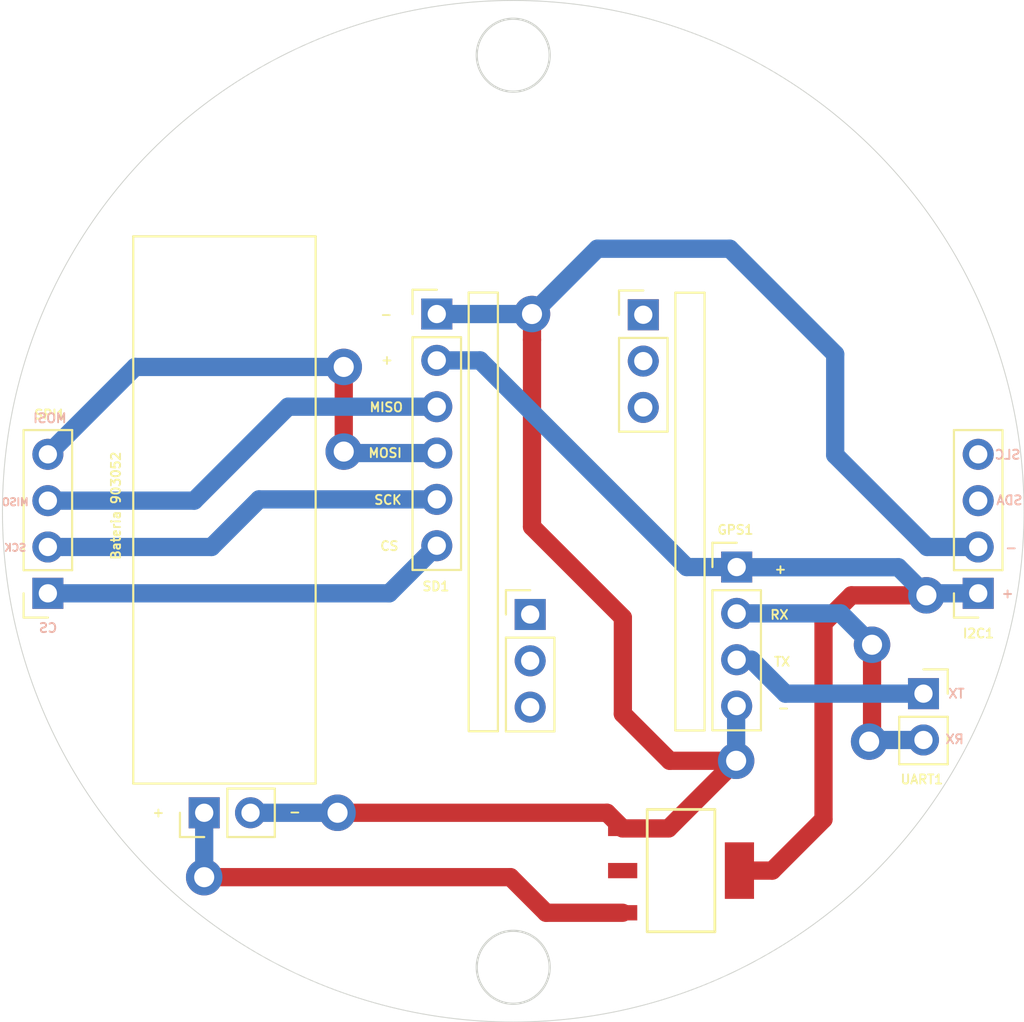
<source format=kicad_pcb>
(kicad_pcb (version 20171130) (host pcbnew "(5.1.5)-3")

  (general
    (thickness 1.6)
    (drawings 38)
    (tracks 78)
    (zones 0)
    (modules 9)
    (nets 19)
  )

  (page A4)
  (layers
    (0 F.Cu signal)
    (31 B.Cu signal)
    (32 B.Adhes user)
    (33 F.Adhes user)
    (34 B.Paste user)
    (35 F.Paste user)
    (36 B.SilkS user)
    (37 F.SilkS user)
    (38 B.Mask user)
    (39 F.Mask user)
    (40 Dwgs.User user)
    (41 Cmts.User user)
    (42 Eco1.User user)
    (43 Eco2.User user)
    (44 Edge.Cuts user)
    (45 Margin user)
    (46 B.CrtYd user)
    (47 F.CrtYd user hide)
    (48 B.Fab user)
    (49 F.Fab user hide)
  )

  (setup
    (last_trace_width 0.25)
    (user_trace_width 1)
    (trace_clearance 0.2)
    (zone_clearance 0.508)
    (zone_45_only no)
    (trace_min 0.2)
    (via_size 0.8)
    (via_drill 0.4)
    (via_min_size 0.4)
    (via_min_drill 0.3)
    (uvia_size 0.3)
    (uvia_drill 0.1)
    (uvias_allowed no)
    (uvia_min_size 0.2)
    (uvia_min_drill 0.1)
    (edge_width 0.05)
    (segment_width 0.2)
    (pcb_text_width 0.3)
    (pcb_text_size 1.5 1.5)
    (mod_edge_width 0.12)
    (mod_text_size 1 1)
    (mod_text_width 0.15)
    (pad_size 0.85 0.85)
    (pad_drill 0.5)
    (pad_to_mask_clearance 0.051)
    (solder_mask_min_width 0.25)
    (aux_axis_origin 0 0)
    (visible_elements 7FFFFFFF)
    (pcbplotparams
      (layerselection 0x010fc_ffffffff)
      (usegerberextensions false)
      (usegerberattributes false)
      (usegerberadvancedattributes false)
      (creategerberjobfile false)
      (excludeedgelayer true)
      (linewidth 0.100000)
      (plotframeref false)
      (viasonmask false)
      (mode 1)
      (useauxorigin false)
      (hpglpennumber 1)
      (hpglpenspeed 20)
      (hpglpendiameter 15.000000)
      (psnegative false)
      (psa4output false)
      (plotreference true)
      (plotvalue true)
      (plotinvisibletext false)
      (padsonsilk false)
      (subtractmaskfromsilk false)
      (outputformat 1)
      (mirror false)
      (drillshape 1)
      (scaleselection 1)
      (outputdirectory ""))
  )

  (net 0 "")
  (net 1 Gnd)
  (net 2 Vcc)
  (net 3 "Net-(LM1117-Pad2)")
  (net 4 Vcc_3.7)
  (net 5 TX)
  (net 6 RX)
  (net 7 "Net-(I2C1-Pad4)")
  (net 8 "Net-(I2C1-Pad3)")
  (net 9 CS)
  (net 10 SCK)
  (net 11 MOSI)
  (net 12 MISO)
  (net 13 "Net-(Suporte1-Pad3)")
  (net 14 "Net-(Suporte1-Pad2)")
  (net 15 "Net-(Suporte1-Pad1)")
  (net 16 "Net-(Supporte1-Pad3)")
  (net 17 "Net-(Supporte1-Pad2)")
  (net 18 "Net-(Supporte1-Pad1)")

  (net_class Default "Esta é a classe de rede padrão."
    (clearance 0.2)
    (trace_width 0.25)
    (via_dia 0.8)
    (via_drill 0.4)
    (uvia_dia 0.3)
    (uvia_drill 0.1)
    (add_net CS)
    (add_net Gnd)
    (add_net MISO)
    (add_net MOSI)
    (add_net "Net-(I2C1-Pad3)")
    (add_net "Net-(I2C1-Pad4)")
    (add_net "Net-(LM1117-Pad2)")
    (add_net "Net-(Suporte1-Pad1)")
    (add_net "Net-(Suporte1-Pad2)")
    (add_net "Net-(Suporte1-Pad3)")
    (add_net "Net-(Supporte1-Pad1)")
    (add_net "Net-(Supporte1-Pad2)")
    (add_net "Net-(Supporte1-Pad3)")
    (add_net RX)
    (add_net SCK)
    (add_net TX)
    (add_net Vcc)
    (add_net Vcc_3.7)
  )

  (module Connector_PinSocket_2.54mm:PinSocket_1x04_P2.54mm_Vertical (layer F.Cu) (tedit 5A19A429) (tstamp 5F705BEE)
    (at 101.29 106.8 180)
    (descr "Through hole straight socket strip, 1x04, 2.54mm pitch, single row (from Kicad 4.0.7), script generated")
    (tags "Through hole socket strip THT 1x04 2.54mm single row")
    (path /5F6B9303)
    (fp_text reference SPI1 (at -0.11 9.8) (layer F.SilkS)
      (effects (font (size 0.5 0.5) (thickness 0.1)))
    )
    (fp_text value Con (at 0 10.39) (layer F.Fab)
      (effects (font (size 1 1) (thickness 0.15)))
    )
    (fp_line (start -1.27 -1.27) (end 0.635 -1.27) (layer F.Fab) (width 0.1))
    (fp_line (start 0.635 -1.27) (end 1.27 -0.635) (layer F.Fab) (width 0.1))
    (fp_line (start 1.27 -0.635) (end 1.27 8.89) (layer F.Fab) (width 0.1))
    (fp_line (start 1.27 8.89) (end -1.27 8.89) (layer F.Fab) (width 0.1))
    (fp_line (start -1.27 8.89) (end -1.27 -1.27) (layer F.Fab) (width 0.1))
    (fp_line (start -1.33 1.27) (end 1.33 1.27) (layer F.SilkS) (width 0.12))
    (fp_line (start -1.33 1.27) (end -1.33 8.95) (layer F.SilkS) (width 0.12))
    (fp_line (start -1.33 8.95) (end 1.33 8.95) (layer F.SilkS) (width 0.12))
    (fp_line (start 1.33 1.27) (end 1.33 8.95) (layer F.SilkS) (width 0.12))
    (fp_line (start 1.33 -1.33) (end 1.33 0) (layer F.SilkS) (width 0.12))
    (fp_line (start 0 -1.33) (end 1.33 -1.33) (layer F.SilkS) (width 0.12))
    (fp_line (start -1.8 -1.8) (end 1.75 -1.8) (layer F.CrtYd) (width 0.05))
    (fp_line (start 1.75 -1.8) (end 1.75 9.4) (layer F.CrtYd) (width 0.05))
    (fp_line (start 1.75 9.4) (end -1.8 9.4) (layer F.CrtYd) (width 0.05))
    (fp_line (start -1.8 9.4) (end -1.8 -1.8) (layer F.CrtYd) (width 0.05))
    (fp_text user %R (at -2.69 4.32 90) (layer F.Fab)
      (effects (font (size 1 1) (thickness 0.15)))
    )
    (pad 1 thru_hole rect (at 0 0 180) (size 1.7 1.7) (drill 1) (layers *.Cu *.Mask)
      (net 9 CS))
    (pad 2 thru_hole oval (at 0 2.54 180) (size 1.7 1.7) (drill 1) (layers *.Cu *.Mask)
      (net 10 SCK))
    (pad 3 thru_hole oval (at 0 5.08 180) (size 1.7 1.7) (drill 1) (layers *.Cu *.Mask)
      (net 12 MISO))
    (pad 4 thru_hole oval (at 0 7.62 180) (size 1.7 1.7) (drill 1) (layers *.Cu *.Mask)
      (net 11 MOSI))
    (model ${KISYS3DMOD}/Connector_PinSocket_2.54mm.3dshapes/PinSocket_1x04_P2.54mm_Vertical.wrl
      (at (xyz 0 0 0))
      (scale (xyz 1 1 1))
      (rotate (xyz 0 0 0))
    )
  )

  (module Connector_PinHeader_2.54mm:PinHeader_1x03_P2.54mm_Vertical (layer F.Cu) (tedit 59FED5CC) (tstamp 5F7D9FB6)
    (at 133.93 91.53)
    (descr "Through hole straight pin header, 1x03, 2.54mm pitch, single row")
    (tags "Through hole pin header THT 1x03 2.54mm single row")
    (path /5F7DB6F4)
    (fp_text reference Supporte1 (at 0 -2.33) (layer F.SilkS) hide
      (effects (font (size 1 1) (thickness 0.15)))
    )
    (fp_text value Con (at 0 7.41) (layer F.Fab)
      (effects (font (size 1 1) (thickness 0.15)))
    )
    (fp_text user %R (at 0 2.54 90) (layer F.Fab)
      (effects (font (size 1 1) (thickness 0.15)))
    )
    (fp_line (start 1.8 -1.8) (end -1.8 -1.8) (layer F.CrtYd) (width 0.05))
    (fp_line (start 1.8 6.85) (end 1.8 -1.8) (layer F.CrtYd) (width 0.05))
    (fp_line (start -1.8 6.85) (end 1.8 6.85) (layer F.CrtYd) (width 0.05))
    (fp_line (start -1.8 -1.8) (end -1.8 6.85) (layer F.CrtYd) (width 0.05))
    (fp_line (start -1.33 -1.33) (end 0 -1.33) (layer F.SilkS) (width 0.12))
    (fp_line (start -1.33 0) (end -1.33 -1.33) (layer F.SilkS) (width 0.12))
    (fp_line (start -1.33 1.27) (end 1.33 1.27) (layer F.SilkS) (width 0.12))
    (fp_line (start 1.33 1.27) (end 1.33 6.41) (layer F.SilkS) (width 0.12))
    (fp_line (start -1.33 1.27) (end -1.33 6.41) (layer F.SilkS) (width 0.12))
    (fp_line (start -1.33 6.41) (end 1.33 6.41) (layer F.SilkS) (width 0.12))
    (fp_line (start -1.27 -0.635) (end -0.635 -1.27) (layer F.Fab) (width 0.1))
    (fp_line (start -1.27 6.35) (end -1.27 -0.635) (layer F.Fab) (width 0.1))
    (fp_line (start 1.27 6.35) (end -1.27 6.35) (layer F.Fab) (width 0.1))
    (fp_line (start 1.27 -1.27) (end 1.27 6.35) (layer F.Fab) (width 0.1))
    (fp_line (start -0.635 -1.27) (end 1.27 -1.27) (layer F.Fab) (width 0.1))
    (pad 3 thru_hole oval (at 0 5.08) (size 1.7 1.7) (drill 1) (layers *.Cu *.Mask)
      (net 16 "Net-(Supporte1-Pad3)"))
    (pad 2 thru_hole oval (at 0 2.54) (size 1.7 1.7) (drill 1) (layers *.Cu *.Mask)
      (net 17 "Net-(Supporte1-Pad2)"))
    (pad 1 thru_hole rect (at 0 0) (size 1.7 1.7) (drill 1) (layers *.Cu *.Mask)
      (net 18 "Net-(Supporte1-Pad1)"))
    (model ${KISYS3DMOD}/Connector_PinHeader_2.54mm.3dshapes/PinHeader_1x03_P2.54mm_Vertical.wrl
      (at (xyz 0 0 0))
      (scale (xyz 1 1 1))
      (rotate (xyz 0 0 0))
    )
  )

  (module Connector_PinHeader_2.54mm:PinHeader_1x03_P2.54mm_Vertical (layer F.Cu) (tedit 59FED5CC) (tstamp 5F7D9F9F)
    (at 127.73 107.96)
    (descr "Through hole straight pin header, 1x03, 2.54mm pitch, single row")
    (tags "Through hole pin header THT 1x03 2.54mm single row")
    (path /5F7D9979)
    (fp_text reference Suporte1 (at 0 -2.33) (layer F.SilkS) hide
      (effects (font (size 1 1) (thickness 0.15)))
    )
    (fp_text value Con (at 0 7.41) (layer F.Fab)
      (effects (font (size 1 1) (thickness 0.15)))
    )
    (fp_text user %R (at 0 2.54 90) (layer F.Fab)
      (effects (font (size 1 1) (thickness 0.15)))
    )
    (fp_line (start 1.8 -1.8) (end -1.8 -1.8) (layer F.CrtYd) (width 0.05))
    (fp_line (start 1.8 6.85) (end 1.8 -1.8) (layer F.CrtYd) (width 0.05))
    (fp_line (start -1.8 6.85) (end 1.8 6.85) (layer F.CrtYd) (width 0.05))
    (fp_line (start -1.8 -1.8) (end -1.8 6.85) (layer F.CrtYd) (width 0.05))
    (fp_line (start -1.33 -1.33) (end 0 -1.33) (layer F.SilkS) (width 0.12))
    (fp_line (start -1.33 0) (end -1.33 -1.33) (layer F.SilkS) (width 0.12))
    (fp_line (start -1.33 1.27) (end 1.33 1.27) (layer F.SilkS) (width 0.12))
    (fp_line (start 1.33 1.27) (end 1.33 6.41) (layer F.SilkS) (width 0.12))
    (fp_line (start -1.33 1.27) (end -1.33 6.41) (layer F.SilkS) (width 0.12))
    (fp_line (start -1.33 6.41) (end 1.33 6.41) (layer F.SilkS) (width 0.12))
    (fp_line (start -1.27 -0.635) (end -0.635 -1.27) (layer F.Fab) (width 0.1))
    (fp_line (start -1.27 6.35) (end -1.27 -0.635) (layer F.Fab) (width 0.1))
    (fp_line (start 1.27 6.35) (end -1.27 6.35) (layer F.Fab) (width 0.1))
    (fp_line (start 1.27 -1.27) (end 1.27 6.35) (layer F.Fab) (width 0.1))
    (fp_line (start -0.635 -1.27) (end 1.27 -1.27) (layer F.Fab) (width 0.1))
    (pad 3 thru_hole oval (at 0 5.08) (size 1.7 1.7) (drill 1) (layers *.Cu *.Mask)
      (net 13 "Net-(Suporte1-Pad3)"))
    (pad 2 thru_hole oval (at 0 2.54) (size 1.7 1.7) (drill 1) (layers *.Cu *.Mask)
      (net 14 "Net-(Suporte1-Pad2)"))
    (pad 1 thru_hole rect (at 0 0) (size 1.7 1.7) (drill 1) (layers *.Cu *.Mask)
      (net 15 "Net-(Suporte1-Pad1)"))
    (model ${KISYS3DMOD}/Connector_PinHeader_2.54mm.3dshapes/PinHeader_1x03_P2.54mm_Vertical.wrl
      (at (xyz 0 0 0))
      (scale (xyz 1 1 1))
      (rotate (xyz 0 0 0))
    )
  )

  (module Connector_PinHeader_2.54mm:PinHeader_1x06_P2.54mm_Vertical (layer F.Cu) (tedit 59FED5CC) (tstamp 5F7D29BC)
    (at 122.61 91.49)
    (descr "Through hole straight pin header, 1x06, 2.54mm pitch, single row")
    (tags "Through hole pin header THT 1x06 2.54mm single row")
    (path /5F7D49A0)
    (fp_text reference SD1 (at -0.05 14.93 180) (layer F.SilkS)
      (effects (font (size 0.5 0.5) (thickness 0.1)))
    )
    (fp_text value Con (at 0 15.03) (layer F.Fab)
      (effects (font (size 1 1) (thickness 0.15)))
    )
    (fp_text user %R (at 0 6.35 90) (layer F.Fab)
      (effects (font (size 1 1) (thickness 0.15)))
    )
    (fp_line (start 1.8 -1.8) (end -1.8 -1.8) (layer F.CrtYd) (width 0.05))
    (fp_line (start 1.8 14.5) (end 1.8 -1.8) (layer F.CrtYd) (width 0.05))
    (fp_line (start -1.8 14.5) (end 1.8 14.5) (layer F.CrtYd) (width 0.05))
    (fp_line (start -1.8 -1.8) (end -1.8 14.5) (layer F.CrtYd) (width 0.05))
    (fp_line (start -1.33 -1.33) (end 0 -1.33) (layer F.SilkS) (width 0.12))
    (fp_line (start -1.33 0) (end -1.33 -1.33) (layer F.SilkS) (width 0.12))
    (fp_line (start -1.33 1.27) (end 1.33 1.27) (layer F.SilkS) (width 0.12))
    (fp_line (start 1.33 1.27) (end 1.33 14.03) (layer F.SilkS) (width 0.12))
    (fp_line (start -1.33 1.27) (end -1.33 14.03) (layer F.SilkS) (width 0.12))
    (fp_line (start -1.33 14.03) (end 1.33 14.03) (layer F.SilkS) (width 0.12))
    (fp_line (start -1.27 -0.635) (end -0.635 -1.27) (layer F.Fab) (width 0.1))
    (fp_line (start -1.27 13.97) (end -1.27 -0.635) (layer F.Fab) (width 0.1))
    (fp_line (start 1.27 13.97) (end -1.27 13.97) (layer F.Fab) (width 0.1))
    (fp_line (start 1.27 -1.27) (end 1.27 13.97) (layer F.Fab) (width 0.1))
    (fp_line (start -0.635 -1.27) (end 1.27 -1.27) (layer F.Fab) (width 0.1))
    (pad 6 thru_hole oval (at 0 12.7) (size 1.7 1.7) (drill 1) (layers *.Cu *.Mask)
      (net 9 CS))
    (pad 5 thru_hole oval (at 0 10.16) (size 1.7 1.7) (drill 1) (layers *.Cu *.Mask)
      (net 10 SCK))
    (pad 4 thru_hole oval (at 0 7.62) (size 1.7 1.7) (drill 1) (layers *.Cu *.Mask)
      (net 11 MOSI))
    (pad 3 thru_hole oval (at 0 5.08) (size 1.7 1.7) (drill 1) (layers *.Cu *.Mask)
      (net 12 MISO))
    (pad 2 thru_hole oval (at 0 2.54) (size 1.7 1.7) (drill 1) (layers *.Cu *.Mask)
      (net 2 Vcc))
    (pad 1 thru_hole rect (at 0 0) (size 1.7 1.7) (drill 1) (layers *.Cu *.Mask)
      (net 1 Gnd))
    (model ${KISYS3DMOD}/Connector_PinHeader_2.54mm.3dshapes/PinHeader_1x06_P2.54mm_Vertical.wrl
      (at (xyz 0 0 0))
      (scale (xyz 1 1 1))
      (rotate (xyz 0 0 0))
    )
  )

  (module LM1117:SOT230 (layer F.Cu) (tedit 5F038A56) (tstamp 5F7D29A2)
    (at 136 122)
    (path /5F7DAE44)
    (fp_text reference LM1117 (at 0.55989 -4.65746) (layer F.SilkS) hide
      (effects (font (size 1.64326 1.64326) (thickness 0.015)))
    )
    (fp_text value Regulador (at 0.78966 4.55966) (layer F.Fab) hide
      (effects (font (size 1.644709 1.644709) (thickness 0.015)))
    )
    (fp_line (start -1.8542 -3.3528) (end -1.8542 3.3528) (layer F.SilkS) (width 0.1524))
    (fp_line (start 1.8542 -3.3528) (end -1.8542 -3.3528) (layer F.SilkS) (width 0.1524))
    (fp_line (start 1.8542 3.3528) (end 1.8542 -3.3528) (layer F.SilkS) (width 0.1524))
    (fp_line (start -1.8542 3.3528) (end 1.8542 3.3528) (layer F.SilkS) (width 0.1524))
    (fp_line (start -1.8542 -3.3528) (end -1.8542 3.3528) (layer F.Fab) (width 0.1524))
    (fp_line (start 1.8542 -3.3528) (end -1.8542 -3.3528) (layer F.Fab) (width 0.1524))
    (fp_line (start 1.8542 3.3528) (end 1.8542 -3.3528) (layer F.Fab) (width 0.1524))
    (fp_line (start -1.8542 3.3528) (end 1.8542 3.3528) (layer F.Fab) (width 0.1524))
    (fp_line (start 3.6576 -1.5494) (end 1.8542 -1.5494) (layer F.Fab) (width 0.1524))
    (fp_line (start 3.6576 1.5494) (end 3.6576 -1.5494) (layer F.Fab) (width 0.1524))
    (fp_line (start 1.8542 1.5494) (end 3.6576 1.5494) (layer F.Fab) (width 0.1524))
    (fp_line (start 1.8542 -1.5494) (end 1.8542 1.5494) (layer F.Fab) (width 0.1524))
    (fp_line (start -3.6576 2.6924) (end -1.8542 2.6924) (layer F.Fab) (width 0.1524))
    (fp_line (start -3.6576 1.905) (end -3.6576 2.6924) (layer F.Fab) (width 0.1524))
    (fp_line (start -1.8542 1.905) (end -3.6576 1.905) (layer F.Fab) (width 0.1524))
    (fp_line (start -1.8542 2.6924) (end -1.8542 1.905) (layer F.Fab) (width 0.1524))
    (fp_line (start -3.6576 0.381) (end -1.8542 0.381) (layer F.Fab) (width 0.1524))
    (fp_line (start -3.6576 -0.4064) (end -3.6576 0.381) (layer F.Fab) (width 0.1524))
    (fp_line (start -1.8542 -0.4064) (end -3.6576 -0.4064) (layer F.Fab) (width 0.1524))
    (fp_line (start -1.8542 0.381) (end -1.8542 -0.4064) (layer F.Fab) (width 0.1524))
    (fp_line (start -3.6576 -1.905) (end -1.8542 -1.905) (layer F.Fab) (width 0.1524))
    (fp_line (start -3.6576 -2.6924) (end -3.6576 -1.905) (layer F.Fab) (width 0.1524))
    (fp_line (start -1.8542 -2.6924) (end -3.6576 -2.6924) (layer F.Fab) (width 0.1524))
    (fp_line (start -1.8542 -1.905) (end -1.8542 -2.6924) (layer F.Fab) (width 0.1524))
    (pad 4 smd rect (at 3.2004 0) (size 1.6002 3.0988) (layers F.Cu F.Paste F.Mask)
      (net 2 Vcc))
    (pad 3 smd rect (at -3.2004 2.3114) (size 1.6002 0.8382) (layers F.Cu F.Paste F.Mask)
      (net 4 Vcc_3.7))
    (pad 2 smd rect (at -3.2004 0) (size 1.6002 0.8382) (layers F.Cu F.Paste F.Mask)
      (net 3 "Net-(LM1117-Pad2)"))
    (pad 1 smd rect (at -3.2004 -2.3114) (size 1.6002 0.8382) (layers F.Cu F.Paste F.Mask)
      (net 1 Gnd))
    (model "${KIPRJMOD}/LM1117/LM1117-3.3--3DModel-STEP-56544 (1).STEP"
      (at (xyz 0 0 0))
      (scale (xyz 1 1 1))
      (rotate (xyz -90 0 90))
    )
  )

  (module Connector_PinHeader_2.54mm:PinHeader_1x04_P2.54mm_Vertical (layer F.Cu) (tedit 59FED5CC) (tstamp 5F7D2954)
    (at 139.05 105.36)
    (descr "Through hole straight pin header, 1x04, 2.54mm pitch, single row")
    (tags "Through hole pin header THT 1x04 2.54mm single row")
    (path /5F7D3995)
    (fp_text reference GPS1 (at -0.07 -2.04) (layer F.SilkS)
      (effects (font (size 0.5 0.5) (thickness 0.1)))
    )
    (fp_text value Con (at 0 9.95) (layer F.Fab)
      (effects (font (size 1 1) (thickness 0.15)))
    )
    (fp_line (start -0.635 -1.27) (end 1.27 -1.27) (layer F.Fab) (width 0.1))
    (fp_line (start 1.27 -1.27) (end 1.27 8.89) (layer F.Fab) (width 0.1))
    (fp_line (start 1.27 8.89) (end -1.27 8.89) (layer F.Fab) (width 0.1))
    (fp_line (start -1.27 8.89) (end -1.27 -0.635) (layer F.Fab) (width 0.1))
    (fp_line (start -1.27 -0.635) (end -0.635 -1.27) (layer F.Fab) (width 0.1))
    (fp_line (start -1.33 8.95) (end 1.33 8.95) (layer F.SilkS) (width 0.12))
    (fp_line (start -1.33 1.27) (end -1.33 8.95) (layer F.SilkS) (width 0.12))
    (fp_line (start 1.33 1.27) (end 1.33 8.95) (layer F.SilkS) (width 0.12))
    (fp_line (start -1.33 1.27) (end 1.33 1.27) (layer F.SilkS) (width 0.12))
    (fp_line (start -1.33 0) (end -1.33 -1.33) (layer F.SilkS) (width 0.12))
    (fp_line (start -1.33 -1.33) (end 0 -1.33) (layer F.SilkS) (width 0.12))
    (fp_line (start -1.8 -1.8) (end -1.8 9.4) (layer F.CrtYd) (width 0.05))
    (fp_line (start -1.8 9.4) (end 1.8 9.4) (layer F.CrtYd) (width 0.05))
    (fp_line (start 1.8 9.4) (end 1.8 -1.8) (layer F.CrtYd) (width 0.05))
    (fp_line (start 1.8 -1.8) (end -1.8 -1.8) (layer F.CrtYd) (width 0.05))
    (fp_text user %R (at 0 3.81 90) (layer F.Fab)
      (effects (font (size 1 1) (thickness 0.15)))
    )
    (pad 1 thru_hole rect (at 0 0) (size 1.7 1.7) (drill 1) (layers *.Cu *.Mask)
      (net 2 Vcc))
    (pad 2 thru_hole oval (at 0 2.54) (size 1.7 1.7) (drill 1) (layers *.Cu *.Mask)
      (net 6 RX))
    (pad 3 thru_hole oval (at 0 5.08) (size 1.7 1.7) (drill 1) (layers *.Cu *.Mask)
      (net 5 TX))
    (pad 4 thru_hole oval (at 0 7.62) (size 1.7 1.7) (drill 1) (layers *.Cu *.Mask)
      (net 1 Gnd))
    (model ${KISYS3DMOD}/Connector_PinHeader_2.54mm.3dshapes/PinHeader_1x04_P2.54mm_Vertical.wrl
      (at (xyz 0 0 0))
      (scale (xyz 1 1 1))
      (rotate (xyz 0 0 0))
    )
  )

  (module Connector_PinHeader_2.54mm:PinHeader_1x02_P2.54mm_Vertical (layer F.Cu) (tedit 59FED5CC) (tstamp 5F7D293C)
    (at 109.86 118.83 90)
    (descr "Through hole straight pin header, 1x02, 2.54mm pitch, single row")
    (tags "Through hole pin header THT 1x02 2.54mm single row")
    (path /5F7D26D5)
    (fp_text reference Alimentação1 (at 0 -2.33 90) (layer F.SilkS) hide
      (effects (font (size 1 1) (thickness 0.15)))
    )
    (fp_text value Con (at 0 4.87 90) (layer F.Fab) hide
      (effects (font (size 1 1) (thickness 0.15)))
    )
    (fp_text user %R (at 0 1.27) (layer F.Fab) hide
      (effects (font (size 1 1) (thickness 0.15)))
    )
    (fp_line (start 1.8 -1.8) (end -1.8 -1.8) (layer F.CrtYd) (width 0.05))
    (fp_line (start 1.8 4.35) (end 1.8 -1.8) (layer F.CrtYd) (width 0.05))
    (fp_line (start -1.8 4.35) (end 1.8 4.35) (layer F.CrtYd) (width 0.05))
    (fp_line (start -1.8 -1.8) (end -1.8 4.35) (layer F.CrtYd) (width 0.05))
    (fp_line (start -1.33 -1.33) (end 0 -1.33) (layer F.SilkS) (width 0.12))
    (fp_line (start -1.33 0) (end -1.33 -1.33) (layer F.SilkS) (width 0.12))
    (fp_line (start -1.33 1.27) (end 1.33 1.27) (layer F.SilkS) (width 0.12))
    (fp_line (start 1.33 1.27) (end 1.33 3.87) (layer F.SilkS) (width 0.12))
    (fp_line (start -1.33 1.27) (end -1.33 3.87) (layer F.SilkS) (width 0.12))
    (fp_line (start -1.33 3.87) (end 1.33 3.87) (layer F.SilkS) (width 0.12))
    (fp_line (start -1.27 -0.635) (end -0.635 -1.27) (layer F.Fab) (width 0.1))
    (fp_line (start -1.27 3.81) (end -1.27 -0.635) (layer F.Fab) (width 0.1))
    (fp_line (start 1.27 3.81) (end -1.27 3.81) (layer F.Fab) (width 0.1))
    (fp_line (start 1.27 -1.27) (end 1.27 3.81) (layer F.Fab) (width 0.1))
    (fp_line (start -0.635 -1.27) (end 1.27 -1.27) (layer F.Fab) (width 0.1))
    (pad 2 thru_hole oval (at 0 2.54 90) (size 1.7 1.7) (drill 1) (layers *.Cu *.Mask)
      (net 1 Gnd))
    (pad 1 thru_hole rect (at 0 0 90) (size 1.7 1.7) (drill 1) (layers *.Cu *.Mask)
      (net 4 Vcc_3.7))
    (model ${KISYS3DMOD}/Connector_PinHeader_2.54mm.3dshapes/PinHeader_1x02_P2.54mm_Vertical.wrl
      (at (xyz 0 0 0))
      (scale (xyz 1 1 1))
      (rotate (xyz 0 0 0))
    )
  )

  (module Connector_PinSocket_2.54mm:PinSocket_1x02_P2.54mm_Vertical (layer F.Cu) (tedit 5A19A420) (tstamp 5F6C1285)
    (at 149.29 112.3)
    (descr "Through hole straight socket strip, 1x02, 2.54mm pitch, single row (from Kicad 4.0.7), script generated")
    (tags "Through hole socket strip THT 1x02 2.54mm single row")
    (path /5F6B8E19)
    (fp_text reference UART1 (at -0.09 4.7) (layer F.SilkS)
      (effects (font (size 0.5 0.5) (thickness 0.1)))
    )
    (fp_text value Con (at 0 5.31) (layer F.Fab) hide
      (effects (font (size 1 1) (thickness 0.15)))
    )
    (fp_line (start -1.27 -1.27) (end 0.635 -1.27) (layer F.Fab) (width 0.1))
    (fp_line (start 0.635 -1.27) (end 1.27 -0.635) (layer F.Fab) (width 0.1))
    (fp_line (start 1.27 -0.635) (end 1.27 3.81) (layer F.Fab) (width 0.1))
    (fp_line (start 1.27 3.81) (end -1.27 3.81) (layer F.Fab) (width 0.1))
    (fp_line (start -1.27 3.81) (end -1.27 -1.27) (layer F.Fab) (width 0.1))
    (fp_line (start -1.33 1.27) (end 1.33 1.27) (layer F.SilkS) (width 0.12))
    (fp_line (start -1.33 1.27) (end -1.33 3.87) (layer F.SilkS) (width 0.12))
    (fp_line (start -1.33 3.87) (end 1.33 3.87) (layer F.SilkS) (width 0.12))
    (fp_line (start 1.33 1.27) (end 1.33 3.87) (layer F.SilkS) (width 0.12))
    (fp_line (start 1.33 -1.33) (end 1.33 0) (layer F.SilkS) (width 0.12))
    (fp_line (start 0 -1.33) (end 1.33 -1.33) (layer F.SilkS) (width 0.12))
    (fp_line (start -1.8 -1.8) (end 1.75 -1.8) (layer F.CrtYd) (width 0.05))
    (fp_line (start 1.75 -1.8) (end 1.75 4.3) (layer F.CrtYd) (width 0.05))
    (fp_line (start 1.75 4.3) (end -1.8 4.3) (layer F.CrtYd) (width 0.05))
    (fp_line (start -1.8 4.3) (end -1.8 -1.8) (layer F.CrtYd) (width 0.05))
    (fp_text user %R (at 2.854999 1.894999 90) (layer F.Fab) hide
      (effects (font (size 1 1) (thickness 0.15)))
    )
    (pad 1 thru_hole rect (at 0 0) (size 1.7 1.7) (drill 1) (layers *.Cu *.Mask)
      (net 5 TX))
    (pad 2 thru_hole oval (at 0 2.54) (size 1.7 1.7) (drill 1) (layers *.Cu *.Mask)
      (net 6 RX))
    (model ${KISYS3DMOD}/Connector_PinSocket_2.54mm.3dshapes/PinSocket_1x02_P2.54mm_Vertical.wrl
      (at (xyz 0 0 0))
      (scale (xyz 1 1 1))
      (rotate (xyz 0 0 0))
    )
  )

  (module Connector_PinSocket_2.54mm:PinSocket_1x04_P2.54mm_Vertical (layer F.Cu) (tedit 5A19A429) (tstamp 5F6C1201)
    (at 152.29 106.8 180)
    (descr "Through hole straight socket strip, 1x04, 2.54mm pitch, single row (from Kicad 4.0.7), script generated")
    (tags "Through hole socket strip THT 1x04 2.54mm single row")
    (path /5F6BA2A8)
    (fp_text reference I2C1 (at -0.01 -2.2) (layer F.SilkS)
      (effects (font (size 0.5 0.5) (thickness 0.1)))
    )
    (fp_text value Con (at 0 10.39) (layer F.Fab) hide
      (effects (font (size 1 1) (thickness 0.15)))
    )
    (fp_text user %R (at 0 3.81 90) (layer F.Fab) hide
      (effects (font (size 1 1) (thickness 0.15)))
    )
    (fp_line (start -1.8 9.4) (end -1.8 -1.8) (layer F.CrtYd) (width 0.05))
    (fp_line (start 1.75 9.4) (end -1.8 9.4) (layer F.CrtYd) (width 0.05))
    (fp_line (start 1.75 -1.8) (end 1.75 9.4) (layer F.CrtYd) (width 0.05))
    (fp_line (start -1.8 -1.8) (end 1.75 -1.8) (layer F.CrtYd) (width 0.05))
    (fp_line (start 0 -1.33) (end 1.33 -1.33) (layer F.SilkS) (width 0.12))
    (fp_line (start 1.33 -1.33) (end 1.33 0) (layer F.SilkS) (width 0.12))
    (fp_line (start 1.33 1.27) (end 1.33 8.95) (layer F.SilkS) (width 0.12))
    (fp_line (start -1.33 8.95) (end 1.33 8.95) (layer F.SilkS) (width 0.12))
    (fp_line (start -1.33 1.27) (end -1.33 8.95) (layer F.SilkS) (width 0.12))
    (fp_line (start -1.33 1.27) (end 1.33 1.27) (layer F.SilkS) (width 0.12))
    (fp_line (start -1.27 8.89) (end -1.27 -1.27) (layer F.Fab) (width 0.1))
    (fp_line (start 1.27 8.89) (end -1.27 8.89) (layer F.Fab) (width 0.1))
    (fp_line (start 1.27 -0.635) (end 1.27 8.89) (layer F.Fab) (width 0.1))
    (fp_line (start 0.635 -1.27) (end 1.27 -0.635) (layer F.Fab) (width 0.1))
    (fp_line (start -1.27 -1.27) (end 0.635 -1.27) (layer F.Fab) (width 0.1))
    (pad 4 thru_hole oval (at 0 7.62 180) (size 1.7 1.7) (drill 1) (layers *.Cu *.Mask)
      (net 7 "Net-(I2C1-Pad4)"))
    (pad 3 thru_hole oval (at 0 5.08 180) (size 1.7 1.7) (drill 1) (layers *.Cu *.Mask)
      (net 8 "Net-(I2C1-Pad3)"))
    (pad 2 thru_hole oval (at 0 2.54 180) (size 1.7 1.7) (drill 1) (layers *.Cu *.Mask)
      (net 1 Gnd))
    (pad 1 thru_hole rect (at 0 0 180) (size 1.7 1.7) (drill 1) (layers *.Cu *.Mask)
      (net 2 Vcc))
    (model ${KISYS3DMOD}/Connector_PinSocket_2.54mm.3dshapes/PinSocket_1x04_P2.54mm_Vertical.wrl
      (at (xyz 0 0 0))
      (scale (xyz 1 1 1))
      (rotate (xyz 0 0 0))
    )
  )

  (gr_circle (center 126.8 77.3) (end 128.8 77.3) (layer Edge.Cuts) (width 0.12) (tstamp 5F80FBBD))
  (gr_circle (center 126.8 127.3) (end 128.8 127.3) (layer Edge.Cuts) (width 0.12))
  (gr_text RX (at 141.39 107.98) (layer F.SilkS) (tstamp 5F7DA5DF)
    (effects (font (size 0.5 0.5) (thickness 0.1)))
  )
  (gr_text - (at 141.62 113.08) (layer F.SilkS) (tstamp 5F7DA5DE)
    (effects (font (size 0.5 0.5) (thickness 0.1)))
  )
  (gr_text TX (at 141.54 110.55) (layer F.SilkS) (tstamp 5F7DA5DD)
    (effects (font (size 0.5 0.5) (thickness 0.1)))
  )
  (gr_text + (at 141.45 105.47) (layer F.SilkS) (tstamp 5F7DA5DC)
    (effects (font (size 0.5 0.5) (thickness 0.1)))
  )
  (gr_text MOSI (at 119.78 99.11) (layer F.SilkS) (tstamp 5F7DA5C5)
    (effects (font (size 0.5 0.5) (thickness 0.1)))
  )
  (gr_line (start 135.69 114.32) (end 137.29 114.32) (layer F.SilkS) (width 0.12) (tstamp 5F7D9572))
  (gr_line (start 137.29 90.32) (end 135.69 90.32) (layer F.SilkS) (width 0.12) (tstamp 5F7D9571))
  (gr_line (start 135.69 90.32) (end 135.69 114.32) (layer F.SilkS) (width 0.12) (tstamp 5F7D9570))
  (gr_line (start 137.29 114.32) (end 137.29 90.32) (layer F.SilkS) (width 0.12) (tstamp 5F7D956F))
  (gr_text "-\n" (at 119.84 91.51) (layer F.SilkS) (tstamp 5F7D418E)
    (effects (font (size 0.5 0.5) (thickness 0.1)) (justify mirror))
  )
  (gr_text + (at 119.88 94) (layer F.SilkS) (tstamp 5F7D418E)
    (effects (font (size 0.5 0.5) (thickness 0.1)) (justify mirror))
  )
  (gr_text MISO (at 119.84 96.6) (layer F.SilkS) (tstamp 5F7D418E)
    (effects (font (size 0.5 0.5) (thickness 0.1)))
  )
  (gr_text SCK (at 119.93 101.68) (layer F.SilkS) (tstamp 5F7D418E)
    (effects (font (size 0.5 0.5) (thickness 0.1)))
  )
  (gr_text CS (at 120.01 104.21) (layer F.SilkS) (tstamp 5F7D418E)
    (effects (font (size 0.5 0.5) (thickness 0.1)))
  )
  (gr_text - (at 114.83 118.78) (layer F.SilkS) (tstamp 5F7D3E45)
    (effects (font (size 0.5 0.5) (thickness 0.1)) (justify mirror))
  )
  (gr_text + (at 107.35 118.81) (layer F.SilkS)
    (effects (font (size 0.5 0.5) (thickness 0.1)) (justify mirror))
  )
  (gr_text "Bateria 903052" (at 105.02 102 90) (layer F.SilkS)
    (effects (font (size 0.5 0.5) (thickness 0.1)))
  )
  (gr_line (start 125.96 90.31) (end 124.36 90.31) (layer F.SilkS) (width 0.12) (tstamp 5F7D2D10))
  (gr_line (start 125.96 114.36) (end 125.96 90.36) (layer F.SilkS) (width 0.12))
  (gr_line (start 124.36 114.36) (end 125.96 114.36) (layer F.SilkS) (width 0.12))
  (gr_line (start 124.36 90.31) (end 124.36 114.31) (layer F.SilkS) (width 0.12))
  (gr_line (start 105.97 117.23) (end 105.97 87.23) (layer F.SilkS) (width 0.12) (tstamp 5F7D2B44))
  (gr_line (start 115.97 117.23) (end 105.97 117.23) (layer F.SilkS) (width 0.12))
  (gr_line (start 115.97 87.23) (end 115.97 117.23) (layer F.SilkS) (width 0.12))
  (gr_line (start 105.97 87.23) (end 115.97 87.23) (layer F.SilkS) (width 0.12))
  (gr_text MOSI (at 101.4 97.2) (layer B.SilkS)
    (effects (font (size 0.5 0.5) (thickness 0.1)) (justify mirror))
  )
  (gr_text MISO (at 99.5 101.8) (layer B.SilkS)
    (effects (font (size 0.4 0.4) (thickness 0.1)) (justify mirror))
  )
  (gr_text SCK (at 99.5 104.3) (layer B.SilkS)
    (effects (font (size 0.4 0.4) (thickness 0.1)) (justify mirror))
  )
  (gr_text CS (at 101.3 108.7) (layer B.SilkS)
    (effects (font (size 0.5 0.5) (thickness 0.1)) (justify mirror))
  )
  (gr_text RX (at 151 114.8) (layer B.SilkS)
    (effects (font (size 0.5 0.5) (thickness 0.1)) (justify mirror))
  )
  (gr_text TX (at 151.1 112.3) (layer B.SilkS)
    (effects (font (size 0.5 0.5) (thickness 0.1)) (justify mirror))
  )
  (gr_text SLC (at 153.9 99.2) (layer B.SilkS)
    (effects (font (size 0.5 0.5) (thickness 0.1)) (justify mirror))
  )
  (gr_text SDA (at 154 101.7) (layer B.SilkS)
    (effects (font (size 0.5 0.5) (thickness 0.1)) (justify mirror))
  )
  (gr_text - (at 154.1 104.3) (layer B.SilkS)
    (effects (font (size 0.5 0.5) (thickness 0.1)))
  )
  (gr_text + (at 153.9 106.8) (layer B.SilkS)
    (effects (font (size 0.5 0.5) (thickness 0.1)))
  )
  (gr_circle (center 126.8 102.3) (end 154.8 102.3) (layer Edge.Cuts) (width 0.05))

  (via (at 117.17 118.83) (size 2) (drill 1.1) (layers F.Cu B.Cu) (net 1) (tstamp 5F7DA726))
  (via (at 127.83 91.49) (size 2) (drill 1.1) (layers F.Cu B.Cu) (net 1) (tstamp 5F7DA726))
  (via (at 139.02 115.98) (size 2) (drill 1.1) (layers F.Cu B.Cu) (net 1))
  (segment (start 152.25 104.3) (end 152.29 104.26) (width 1) (layer B.Cu) (net 1))
  (segment (start 152.23 104.2) (end 152.29 104.26) (width 1) (layer B.Cu) (net 1))
  (segment (start 135.3114 119.6886) (end 139.02 115.98) (width 1) (layer F.Cu) (net 1))
  (segment (start 132.7996 119.6886) (end 135.3114 119.6886) (width 1) (layer F.Cu) (net 1))
  (segment (start 139.02 113.01) (end 139.05 112.98) (width 1) (layer B.Cu) (net 1))
  (segment (start 139.02 115.98) (end 139.02 113.01) (width 1) (layer B.Cu) (net 1))
  (segment (start 127.83 91.49) (end 122.61 91.49) (width 1) (layer B.Cu) (net 1))
  (segment (start 117.17 118.83) (end 112.4 118.83) (width 1) (layer B.Cu) (net 1))
  (segment (start 131.941 118.83) (end 132.7996 119.6886) (width 1) (layer F.Cu) (net 1))
  (segment (start 117.17 118.83) (end 131.941 118.83) (width 1) (layer F.Cu) (net 1))
  (segment (start 131.41 87.91) (end 138.67 87.91) (width 1) (layer B.Cu) (net 1))
  (segment (start 144.45 99.22) (end 149.49 104.26) (width 1) (layer B.Cu) (net 1))
  (segment (start 149.49 104.26) (end 152.29 104.26) (width 1) (layer B.Cu) (net 1))
  (segment (start 127.83 91.49) (end 131.41 87.91) (width 1) (layer B.Cu) (net 1))
  (segment (start 138.67 87.91) (end 144.45 93.69) (width 1) (layer B.Cu) (net 1))
  (segment (start 144.45 93.69) (end 144.45 99.22) (width 1) (layer B.Cu) (net 1))
  (segment (start 127.83 92.904213) (end 127.83 91.49) (width 1) (layer F.Cu) (net 1))
  (segment (start 127.83 103.15) (end 127.83 92.904213) (width 1) (layer F.Cu) (net 1))
  (segment (start 135.38 115.98) (end 132.81 113.41) (width 1) (layer F.Cu) (net 1))
  (segment (start 132.81 113.41) (end 132.81 108.13) (width 1) (layer F.Cu) (net 1))
  (segment (start 139.02 115.98) (end 135.38 115.98) (width 1) (layer F.Cu) (net 1))
  (segment (start 132.81 108.13) (end 127.83 103.15) (width 1) (layer F.Cu) (net 1))
  (via (at 149.45 106.91) (size 2) (drill 1.1) (layers F.Cu B.Cu) (net 2) (tstamp 5F7DA726))
  (segment (start 151.851 106.8) (end 152.29 106.8) (width 1) (layer F.Cu) (net 2))
  (segment (start 149.56 106.8) (end 149.45 106.91) (width 1) (layer B.Cu) (net 2))
  (segment (start 152.29 106.8) (end 149.56 106.8) (width 1) (layer B.Cu) (net 2))
  (segment (start 122.61 94.03) (end 124.98 94.03) (width 1) (layer B.Cu) (net 2))
  (segment (start 136.31 105.36) (end 139.05 105.36) (width 1) (layer B.Cu) (net 2))
  (segment (start 124.98 94.03) (end 136.31 105.36) (width 1) (layer B.Cu) (net 2))
  (segment (start 139.06 105.37) (end 139.05 105.36) (width 1) (layer B.Cu) (net 2))
  (segment (start 149.45 106.91) (end 147.91 105.37) (width 1) (layer B.Cu) (net 2))
  (segment (start 147.91 105.37) (end 139.06 105.37) (width 1) (layer B.Cu) (net 2))
  (segment (start 145.34 106.91) (end 149.45 106.91) (width 1) (layer F.Cu) (net 2))
  (segment (start 143.81 108.44) (end 145.34 106.91) (width 1) (layer F.Cu) (net 2))
  (segment (start 143.81 119.1905) (end 143.81 108.44) (width 1) (layer F.Cu) (net 2))
  (segment (start 139.2004 122) (end 141.0005 122) (width 1) (layer F.Cu) (net 2))
  (segment (start 141.0005 122) (end 143.81 119.1905) (width 1) (layer F.Cu) (net 2))
  (via (at 109.86 122.36) (size 2) (drill 1.1) (layers F.Cu B.Cu) (net 4) (tstamp 5F7DA726))
  (segment (start 109.86 118.83) (end 109.86 122.36) (width 1) (layer B.Cu) (net 4))
  (segment (start 109.86 122.36) (end 126.65 122.36) (width 1) (layer F.Cu) (net 4))
  (segment (start 128.6014 124.3114) (end 132.7996 124.3114) (width 1) (layer F.Cu) (net 4))
  (segment (start 126.65 122.36) (end 128.6014 124.3114) (width 1) (layer F.Cu) (net 4))
  (segment (start 149.3 112.29) (end 149.29 112.3) (width 1) (layer B.Cu) (net 5))
  (segment (start 149.27 112.28) (end 149.29 112.3) (width 1) (layer B.Cu) (net 5))
  (segment (start 139.86 110.44) (end 139.05 110.44) (width 1) (layer B.Cu) (net 5))
  (segment (start 149.29 112.3) (end 141.72 112.3) (width 1) (layer B.Cu) (net 5))
  (segment (start 141.72 112.3) (end 139.86 110.44) (width 1) (layer B.Cu) (net 5))
  (via (at 146.31 114.93) (size 2) (drill 1.1) (layers F.Cu B.Cu) (net 6) (tstamp 5F7DA726))
  (via (at 146.47 109.62) (size 2) (drill 1.1) (layers F.Cu B.Cu) (net 6) (tstamp 5F7DA726))
  (segment (start 144.75 107.9) (end 146.47 109.62) (width 1) (layer B.Cu) (net 6))
  (segment (start 139.05 107.9) (end 144.75 107.9) (width 1) (layer B.Cu) (net 6))
  (segment (start 146.47 114.77) (end 146.31 114.93) (width 1) (layer F.Cu) (net 6))
  (segment (start 146.47 109.62) (end 146.47 114.77) (width 1) (layer F.Cu) (net 6))
  (segment (start 146.4 114.84) (end 146.31 114.93) (width 1) (layer B.Cu) (net 6))
  (segment (start 149.29 114.84) (end 146.4 114.84) (width 1) (layer B.Cu) (net 6))
  (segment (start 152.07 99.4) (end 152.29 99.18) (width 1) (layer B.Cu) (net 7))
  (segment (start 152.27 99.2) (end 152.29 99.18) (width 1) (layer B.Cu) (net 7))
  (segment (start 152.11 101.9) (end 152.29 101.72) (width 1) (layer B.Cu) (net 8))
  (segment (start 152.27 101.7) (end 152.29 101.72) (width 1) (layer B.Cu) (net 8))
  (segment (start 120 106.8) (end 122.61 104.19) (width 1) (layer B.Cu) (net 9))
  (segment (start 101.29 106.8) (end 120 106.8) (width 1) (layer B.Cu) (net 9))
  (segment (start 101.29 104.26) (end 110.26 104.26) (width 1) (layer B.Cu) (net 10))
  (segment (start 112.87 101.65) (end 122.61 101.65) (width 1) (layer B.Cu) (net 10))
  (segment (start 110.26 104.26) (end 112.87 101.65) (width 1) (layer B.Cu) (net 10))
  (via (at 117.51 94.39) (size 2) (drill 1.1) (layers F.Cu B.Cu) (net 11) (tstamp 5F7DA726))
  (via (at 117.51 99.03) (size 2) (drill 1.1) (layers F.Cu B.Cu) (net 11) (tstamp 5F7DA726))
  (segment (start 122.51 98.99) (end 122.61 99.09) (width 1) (layer B.Cu) (net 11))
  (segment (start 106.08 94.39) (end 117.51 94.39) (width 1) (layer B.Cu) (net 11))
  (segment (start 101.29 99.18) (end 106.08 94.39) (width 1) (layer B.Cu) (net 11))
  (segment (start 117.51 94.39) (end 117.51 99.03) (width 1) (layer F.Cu) (net 11))
  (segment (start 117.59 99.11) (end 117.51 99.03) (width 1) (layer B.Cu) (net 11))
  (segment (start 122.61 99.11) (end 117.59 99.11) (width 1) (layer B.Cu) (net 11))
  (segment (start 114.46 96.57) (end 122.61 96.57) (width 1) (layer B.Cu) (net 12))
  (segment (start 101.29 101.72) (end 109.31 101.72) (width 1) (layer B.Cu) (net 12))
  (segment (start 109.31 101.72) (end 114.46 96.57) (width 1) (layer B.Cu) (net 12))

)

</source>
